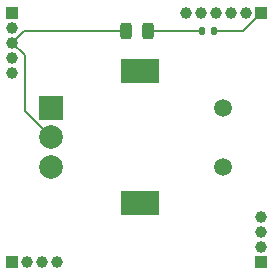
<source format=gtl>
%TF.GenerationSoftware,KiCad,Pcbnew,9.0.5-1.fc42*%
%TF.CreationDate,2025-12-03T05:13:31+01:00*%
%TF.ProjectId,Block-RotaryEncoder,426c6f63-6b2d-4526-9f74-617279456e63,1*%
%TF.SameCoordinates,Original*%
%TF.FileFunction,Copper,L1,Top*%
%TF.FilePolarity,Positive*%
%FSLAX46Y46*%
G04 Gerber Fmt 4.6, Leading zero omitted, Abs format (unit mm)*
G04 Created by KiCad (PCBNEW 9.0.5-1.fc42) date 2025-12-03 05:13:31*
%MOMM*%
%LPD*%
G01*
G04 APERTURE LIST*
G04 Aperture macros list*
%AMRoundRect*
0 Rectangle with rounded corners*
0 $1 Rounding radius*
0 $2 $3 $4 $5 $6 $7 $8 $9 X,Y pos of 4 corners*
0 Add a 4 corners polygon primitive as box body*
4,1,4,$2,$3,$4,$5,$6,$7,$8,$9,$2,$3,0*
0 Add four circle primitives for the rounded corners*
1,1,$1+$1,$2,$3*
1,1,$1+$1,$4,$5*
1,1,$1+$1,$6,$7*
1,1,$1+$1,$8,$9*
0 Add four rect primitives between the rounded corners*
20,1,$1+$1,$2,$3,$4,$5,0*
20,1,$1+$1,$4,$5,$6,$7,0*
20,1,$1+$1,$6,$7,$8,$9,0*
20,1,$1+$1,$8,$9,$2,$3,0*%
G04 Aperture macros list end*
%TA.AperFunction,ComponentPad*%
%ADD10C,1.500000*%
%TD*%
%TA.AperFunction,ComponentPad*%
%ADD11R,2.000000X2.000000*%
%TD*%
%TA.AperFunction,ComponentPad*%
%ADD12C,2.000000*%
%TD*%
%TA.AperFunction,ComponentPad*%
%ADD13R,3.200000X2.000000*%
%TD*%
%TA.AperFunction,SMDPad,CuDef*%
%ADD14RoundRect,0.243750X-0.243750X-0.456250X0.243750X-0.456250X0.243750X0.456250X-0.243750X0.456250X0*%
%TD*%
%TA.AperFunction,SMDPad,CuDef*%
%ADD15RoundRect,0.135000X0.135000X0.185000X-0.135000X0.185000X-0.135000X-0.185000X0.135000X-0.185000X0*%
%TD*%
%TA.AperFunction,ComponentPad*%
%ADD16R,1.000000X1.000000*%
%TD*%
%TA.AperFunction,ComponentPad*%
%ADD17C,1.000000*%
%TD*%
%TA.AperFunction,Conductor*%
%ADD18C,0.200000*%
%TD*%
G04 APERTURE END LIST*
D10*
%TO.P,SW1,*%
%TO.N,*%
X146315000Y-111165000D03*
X146315000Y-116165000D03*
D11*
%TO.P,SW1,A,A*%
%TO.N,/A*%
X131815000Y-111165000D03*
D12*
%TO.P,SW1,B,B*%
%TO.N,/B*%
X131815000Y-116165000D03*
%TO.P,SW1,C,C*%
%TO.N,GND*%
X131815000Y-113665000D03*
D13*
%TO.P,SW1,MP*%
%TO.N,N/C*%
X139315000Y-108065000D03*
X139315000Y-119265000D03*
%TD*%
D14*
%TO.P,D1,1,K*%
%TO.N,GND*%
X138127500Y-104698800D03*
%TO.P,D1,2,A*%
%TO.N,Net-(D1-A)*%
X140002500Y-104698800D03*
%TD*%
D15*
%TO.P,R1,1*%
%TO.N,/LED*%
X145571400Y-104698800D03*
%TO.P,R1,2*%
%TO.N,Net-(D1-A)*%
X144551400Y-104698800D03*
%TD*%
D16*
%TO.P,J4,1,Pin_1*%
%TO.N,/Typ0*%
X128525000Y-124205000D03*
D17*
%TO.P,J4,2,Pin_2*%
%TO.N,/Typ1*%
X129795000Y-124205000D03*
%TO.P,J4,3,Pin_3*%
%TO.N,/Typ2*%
X131065000Y-124205000D03*
%TO.P,J4,4,Pin_4*%
%TO.N,/Typ3*%
X132335000Y-124205000D03*
%TD*%
D16*
%TO.P,J2,1,Pin_1*%
%TO.N,/Addr0*%
X149605000Y-124205000D03*
D17*
%TO.P,J2,2,Pin_2*%
%TO.N,/Addr1*%
X149605000Y-122935000D03*
%TO.P,J2,3,Pin_3*%
%TO.N,/Addr2*%
X149605000Y-121665000D03*
%TO.P,J2,4,Pin_4*%
%TO.N,/Addr3*%
X149605000Y-120395000D03*
%TD*%
D16*
%TO.P,J1,1,Pin_1*%
%TO.N,/+3.3V Digital*%
X128525000Y-103125000D03*
D17*
%TO.P,J1,2,Pin_2*%
%TO.N,/AREF*%
X128525000Y-104395000D03*
%TO.P,J1,3,Pin_3*%
%TO.N,GND*%
X128525000Y-105665000D03*
%TO.P,J1,4,Pin_4*%
%TO.N,/SlotBus.Data*%
X128525000Y-106935000D03*
%TO.P,J1,5,Pin_5*%
%TO.N,/SlotBus.Clock*%
X128525000Y-108205000D03*
%TD*%
D16*
%TO.P,J3,1,Pin_1*%
%TO.N,/LED*%
X149605000Y-103125000D03*
D17*
%TO.P,J3,2,Pin_2*%
%TO.N,/C*%
X148335000Y-103125000D03*
%TO.P,J3,3,Pin_3*%
%TO.N,/B*%
X147065000Y-103125000D03*
%TO.P,J3,4,Pin_4*%
%TO.N,/A*%
X145795000Y-103125000D03*
%TO.P,J3,5,Pin_5*%
%TO.N,/A1*%
X144525000Y-103125000D03*
%TO.P,J3,6,Pin_6*%
%TO.N,/A0*%
X143255000Y-103125000D03*
%TD*%
D18*
%TO.N,GND*%
X131815000Y-113665000D02*
X129565400Y-111415400D01*
X129565400Y-106705400D02*
X128525000Y-105665000D01*
X129491200Y-104698800D02*
X128525000Y-105665000D01*
X138127500Y-104698800D02*
X129491200Y-104698800D01*
X129565400Y-111415400D02*
X129565400Y-106705400D01*
%TO.N,Net-(D1-A)*%
X140002500Y-104698800D02*
X144551400Y-104698800D01*
%TO.N,/LED*%
X145571400Y-104698800D02*
X148031200Y-104698800D01*
X148031200Y-104698800D02*
X149605000Y-103125000D01*
%TD*%
M02*

</source>
